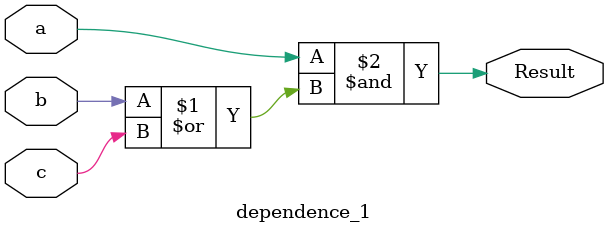
<source format=v>
module dependence_1 (
    // this is a test
    input a, b, c,
    // a test
    output Result       // balabalabala for result
);

    // a & b | ((b & c) & (b | c))
    // &=*, |=+               AB + BC(B+C)
    // Distribute             AB + BBC + BCC
    // Simplify AA = A        AB + BC + BC
    // Simplify A + A = A     AB + BC
    // Factor                 B(A+C)

    assign Result = a & (b | c);

endmodule
</source>
